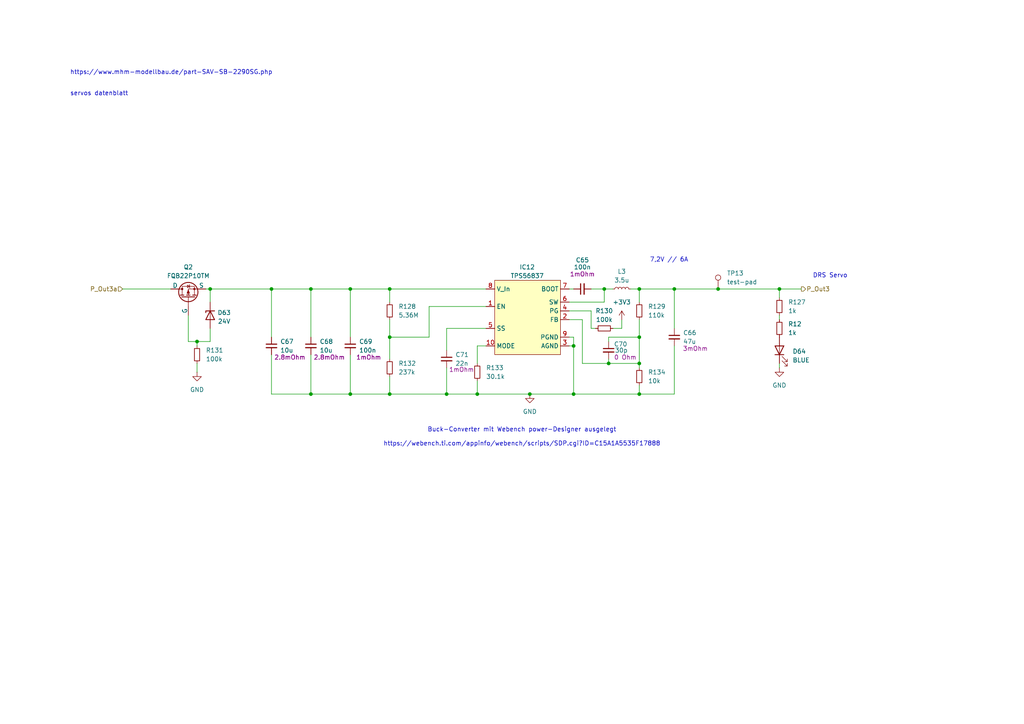
<source format=kicad_sch>
(kicad_sch (version 20231120) (generator "eeschema") (generator_version "8.0")
  (paper "A4")
  (title_block (title "PDU FT25") (date "2024-11-23") (rev "V1.1") (company "Janek Herm") (comment 1 "FaSTTUBe Electronics"))
  (lib_symbols
    (symbol "Connector:TestPoint" (pin_numbers hide) (pin_names (offset 0.762) hide)
      (property "Reference" "TP" (at 0 6.858 0))
      (property "Value" "TestPoint" (at 0 5.08 0))
      (symbol "TestPoint_0_1"
        (circle (center 0 3.302) (radius 0.762))
      )
      (symbol "TestPoint_1_1"
        (pin passive line (at 0 0 90) (length 2.54) (name "1") (number "1"))
      )
    )
    (symbol "Device:C_Small" (pin_numbers hide) (pin_names (offset 0.254) hide)
      (property "Reference" "C" (at 0.254 1.778 0))
      (property "Value" "C_Small" (at 0.254 -2.032 0))
      (symbol "C_Small_0_1"
        (polyline (pts (xy -1.524 -0.508) (xy 1.524 -0.508)) (stroke (width 0.3302)))
        (polyline (pts (xy -1.524 0.508) (xy 1.524 0.508)) (stroke (width 0.3048)))
      )
      (symbol "C_Small_1_1"
        (pin passive line (at 0 2.54 270) (length 2.032) (name "~") (number "1"))
        (pin passive line (at 0 -2.54 90) (length 2.032) (name "~") (number "2"))
      )
    )
    (symbol "Device:D_Zener" (pin_numbers hide) (pin_names (offset 1.016) hide)
      (property "Reference" "D" (at 0 2.54 0))
      (property "Value" "D_Zener" (at 0 -2.54 0))
      (symbol "D_Zener_0_1"
        (polyline (pts (xy 1.27 0) (xy -1.27 0)))
        (polyline (pts (xy -1.27 -1.27) (xy -1.27 1.27) (xy -0.762 1.27)) (stroke (width 0.254)))
        (polyline (pts (xy 1.27 -1.27) (xy 1.27 1.27) (xy -1.27 0) (xy 1.27 -1.27)) (stroke (width 0.254)))
      )
      (symbol "D_Zener_1_1"
        (pin passive line (at -3.81 0 0) (length 2.54) (name "K") (number "1"))
        (pin passive line (at 3.81 0 180) (length 2.54) (name "A") (number "2"))
      )
    )
    (symbol "Device:LED" (pin_numbers hide) (pin_names (offset 1.016) hide)
      (property "Reference" "D" (at 0 2.54 0))
      (property "Value" "LED" (at 0 -2.54 0))
      (symbol "LED_0_1"
        (polyline (pts (xy -1.27 -1.27) (xy -1.27 1.27)) (stroke (width 0.254)))
        (polyline (pts (xy -1.27 0) (xy 1.27 0)))
        (polyline (pts (xy 1.27 -1.27) (xy 1.27 1.27) (xy -1.27 0) (xy 1.27 -1.27)) (stroke (width 0.254)))
        (polyline (pts (xy -3.048 -0.762) (xy -4.572 -2.286) (xy -3.81 -2.286) (xy -4.572 -2.286) (xy -4.572 -1.524)))
        (polyline (pts (xy -1.778 -0.762) (xy -3.302 -2.286) (xy -2.54 -2.286) (xy -3.302 -2.286) (xy -3.302 -1.524)))
      )
      (symbol "LED_1_1"
        (pin passive line (at -3.81 0 0) (length 2.54) (name "K") (number "1"))
        (pin passive line (at 3.81 0 180) (length 2.54) (name "A") (number "2"))
      )
    )
    (symbol "Device:L_Small" (pin_numbers hide) (pin_names (offset 0.254) hide)
      (property "Reference" "L" (at 0.762 1.016 0))
      (property "Value" "L_Small" (at 0.762 -1.016 0))
      (symbol "L_Small_0_1"
        (arc (start 0 -2.032) (mid 0.5058 -1.524) (end 0 -1.016))
        (arc (start 0 -1.016) (mid 0.5058 -0.508) (end 0 0))
        (arc (start 0 0) (mid 0.5058 0.508) (end 0 1.016))
        (arc (start 0 1.016) (mid 0.5058 1.524) (end 0 2.032))
      )
      (symbol "L_Small_1_1"
        (pin passive line (at 0 2.54 270) (length 0.508) (name "~") (number "1"))
        (pin passive line (at 0 -2.54 90) (length 0.508) (name "~") (number "2"))
      )
    )
    (symbol "Device:R_Small" (pin_numbers hide) (pin_names (offset 0.254) hide)
      (property "Reference" "R" (at 0.762 0.508 0))
      (property "Value" "R_Small" (at 0.762 -1.016 0))
      (symbol "R_Small_0_1"
        (rectangle (start -0.762 1.778) (end 0.762 -1.778) (stroke (width 0.2032)))
      )
      (symbol "R_Small_1_1"
        (pin passive line (at 0 2.54 270) (length 0.762) (name "~") (number "1"))
        (pin passive line (at 0 -2.54 90) (length 0.762) (name "~") (number "2"))
      )
    )
    (symbol "FaSTTUBe_Voltage_Regulators:TPS56837"
      (property "Reference" "IC" (at -3.556 10.922 0))
      (property "Value" "TPS56837" (at -3.302 8.636 0))
      (symbol "TPS56837_1_1"
        (rectangle (start -12.7 7.62) (end 6.35 -13.97) (fill (type background)))
        (pin input line (at -15.24 0 0) (length 2.54) (name "EN") (number "1"))
        (pin input line (at -15.24 -11.43 0) (length 2.54) (name "MODE") (number "10"))
        (pin input line (at 8.89 -3.81 180) (length 2.54) (name "FB") (number "2"))
        (pin input line (at 8.89 -11.43 180) (length 2.54) (name "AGND") (number "3"))
        (pin input line (at 8.89 -1.27 180) (length 2.54) (name "PG") (number "4"))
        (pin input line (at -15.24 -6.35 0) (length 2.54) (name "SS") (number "5"))
        (pin input line (at 8.89 1.27 180) (length 2.54) (name "SW") (number "6"))
        (pin input line (at 8.89 5.08 180) (length 2.54) (name "BOOT") (number "7"))
        (pin input line (at -15.24 5.08 0) (length 2.54) (name "V_In") (number "8"))
        (pin input line (at 8.89 -8.89 180) (length 2.54) (name "PGND") (number "9"))
      )
    )
    (symbol "Simulation_SPICE:PMOS" (pin_numbers hide) (pin_names (offset 0))
      (property "Reference" "Q" (at 5.08 1.27 0))
      (property "Value" "PMOS" (at 5.08 -1.27 0))
      (symbol "PMOS_0_1"
        (polyline (pts (xy 0.254 0) (xy -2.54 0)))
        (polyline (pts (xy 0.254 1.905) (xy 0.254 -1.905)) (stroke (width 0.254)))
        (polyline (pts (xy 0.762 -1.27) (xy 0.762 -2.286)) (stroke (width 0.254)))
        (polyline (pts (xy 0.762 0.508) (xy 0.762 -0.508)) (stroke (width 0.254)))
        (polyline (pts (xy 0.762 2.286) (xy 0.762 1.27)) (stroke (width 0.254)))
        (polyline (pts (xy 2.54 2.54) (xy 2.54 1.778)))
        (polyline (pts (xy 2.54 -2.54) (xy 2.54 0) (xy 0.762 0)))
        (polyline (pts (xy 0.762 1.778) (xy 3.302 1.778) (xy 3.302 -1.778) (xy 0.762 -1.778)))
        (polyline (pts (xy 2.286 0) (xy 1.27 0.381) (xy 1.27 -0.381) (xy 2.286 0)) (fill (type outline)))
        (polyline (pts (xy 2.794 -0.508) (xy 2.921 -0.381) (xy 3.683 -0.381) (xy 3.81 -0.254)))
        (polyline (pts (xy 3.302 -0.381) (xy 2.921 0.254) (xy 3.683 0.254) (xy 3.302 -0.381)))
        (circle (center 1.651 0) (radius 2.794) (stroke (width 0.254)))
        (circle (center 2.54 -1.778) (radius 0.254) (fill (type outline)))
        (circle (center 2.54 1.778) (radius 0.254) (fill (type outline)))
      )
      (symbol "PMOS_1_1"
        (pin passive line (at 2.54 5.08 270) (length 2.54) (name "D") (number "1"))
        (pin input line (at -5.08 0 0) (length 2.54) (name "G") (number "2"))
        (pin passive line (at 2.54 -5.08 90) (length 2.54) (name "S") (number "3"))
      )
    )
    (symbol "power:+3.3V" (power) (pin_numbers hide) (pin_names (offset 0) hide)
      (property "Value" "+3.3V" (at 0 3.556 0))
      (symbol "+3.3V_0_1"
        (polyline (pts (xy -0.762 1.27) (xy 0 2.54)))
        (polyline (pts (xy 0 0) (xy 0 2.54)))
        (polyline (pts (xy 0 2.54) (xy 0.762 1.27)))
      )
      (symbol "+3.3V_1_1"
        (pin power_in line (at 0 0 90) (length 0) (name "~") (number "1"))
      )
    )
    (symbol "power:GND" (power) (pin_numbers hide) (pin_names (offset 0) hide)
      (property "Value" "GND" (at 0 -3.81 0))
      (symbol "GND_0_1"
        (polyline (pts (xy 0 0) (xy 0 -1.27) (xy 1.27 -1.27) (xy 0 -2.54) (xy -1.27 -1.27) (xy 0 -1.27)))
      )
      (symbol "GND_1_1"
        (pin power_in line (at 0 0 270) (length 0) (name "~") (number "1"))
      )
    )
  )
  (junction (at 113.03 114.3))
  (junction (at 226.06 83.82))
  (junction (at 195.58 83.82))
  (junction (at 185.42 105.41))
  (junction (at 113.03 83.82))
  (junction (at 185.42 83.82))
  (junction (at 101.6 114.3))
  (junction (at 129.54 114.3))
  (junction (at 208.28 83.82))
  (junction (at 185.42 114.3))
  (junction (at 176.53 105.41))
  (junction (at 101.6 83.82))
  (junction (at 57.15 99.06))
  (junction (at 185.42 97.79))
  (junction (at 90.17 83.82))
  (junction (at 153.67 114.3))
  (junction (at 78.74 83.82))
  (junction (at 138.43 114.3))
  (junction (at 175.26 83.82))
  (junction (at 166.37 114.3))
  (junction (at 113.03 97.79))
  (junction (at 166.37 100.33))
  (junction (at 90.17 114.3))
  (junction (at 60.96 83.82))
  (wire (pts (xy 124.46 88.9) (xy 124.46 97.79)))
  (wire (pts (xy 113.03 109.22) (xy 113.03 114.3)))
  (wire (pts (xy 165.1 92.71) (xy 168.91 92.71)))
  (wire (pts (xy 166.37 100.33) (xy 166.37 114.3)))
  (wire (pts (xy 226.06 83.82) (xy 226.06 86.36)))
  (wire (pts (xy 176.53 105.41) (xy 185.42 105.41)))
  (wire (pts (xy 226.06 105.41) (xy 226.06 106.68)))
  (wire (pts (xy 180.34 95.25) (xy 180.34 92.71)))
  (wire (pts (xy 226.06 91.44) (xy 226.06 92.71)))
  (wire (pts (xy 185.42 92.71) (xy 185.42 97.79)))
  (wire (pts (xy 60.96 83.82) (xy 78.74 83.82)))
  (wire (pts (xy 101.6 102.87) (xy 101.6 114.3)))
  (wire (pts (xy 35.56 83.82) (xy 49.53 83.82)))
  (wire (pts (xy 90.17 102.87) (xy 90.17 114.3)))
  (wire (pts (xy 57.15 100.33) (xy 57.15 99.06)))
  (wire (pts (xy 90.17 83.82) (xy 90.17 97.79)))
  (wire (pts (xy 185.42 111.76) (xy 185.42 114.3)))
  (wire (pts (xy 140.97 88.9) (xy 124.46 88.9)))
  (wire (pts (xy 177.8 83.82) (xy 175.26 83.82)))
  (wire (pts (xy 171.45 90.17) (xy 171.45 95.25)))
  (wire (pts (xy 54.61 99.06) (xy 57.15 99.06)))
  (wire (pts (xy 60.96 99.06) (xy 57.15 99.06)))
  (wire (pts (xy 129.54 106.68) (xy 129.54 114.3)))
  (wire (pts (xy 101.6 83.82) (xy 101.6 97.79)))
  (wire (pts (xy 175.26 87.63) (xy 175.26 83.82)))
  (wire (pts (xy 208.28 83.82) (xy 226.06 83.82)))
  (wire (pts (xy 185.42 97.79) (xy 185.42 105.41)))
  (wire (pts (xy 185.42 83.82) (xy 185.42 87.63)))
  (wire (pts (xy 166.37 114.3) (xy 185.42 114.3)))
  (wire (pts (xy 166.37 97.79) (xy 166.37 100.33)))
  (wire (pts (xy 165.1 87.63) (xy 175.26 87.63)))
  (wire (pts (xy 59.69 83.82) (xy 60.96 83.82)))
  (wire (pts (xy 138.43 110.49) (xy 138.43 114.3)))
  (wire (pts (xy 124.46 97.79) (xy 113.03 97.79)))
  (wire (pts (xy 185.42 114.3) (xy 195.58 114.3)))
  (wire (pts (xy 226.06 83.82) (xy 232.41 83.82)))
  (wire (pts (xy 185.42 83.82) (xy 195.58 83.82)))
  (wire (pts (xy 195.58 100.33) (xy 195.58 114.3)))
  (wire (pts (xy 113.03 114.3) (xy 129.54 114.3)))
  (wire (pts (xy 138.43 114.3) (xy 153.67 114.3)))
  (wire (pts (xy 113.03 92.71) (xy 113.03 97.79)))
  (wire (pts (xy 165.1 83.82) (xy 166.37 83.82)))
  (wire (pts (xy 195.58 83.82) (xy 195.58 95.25)))
  (wire (pts (xy 176.53 105.41) (xy 176.53 104.14)))
  (wire (pts (xy 78.74 102.87) (xy 78.74 114.3)))
  (wire (pts (xy 54.61 91.44) (xy 54.61 99.06)))
  (wire (pts (xy 78.74 114.3) (xy 90.17 114.3)))
  (wire (pts (xy 57.15 105.41) (xy 57.15 107.95)))
  (wire (pts (xy 165.1 90.17) (xy 171.45 90.17)))
  (wire (pts (xy 165.1 97.79) (xy 166.37 97.79)))
  (wire (pts (xy 171.45 95.25) (xy 172.72 95.25)))
  (wire (pts (xy 165.1 100.33) (xy 166.37 100.33)))
  (wire (pts (xy 140.97 100.33) (xy 138.43 100.33)))
  (wire (pts (xy 138.43 100.33) (xy 138.43 105.41)))
  (wire (pts (xy 90.17 83.82) (xy 101.6 83.82)))
  (wire (pts (xy 185.42 105.41) (xy 185.42 106.68)))
  (wire (pts (xy 168.91 92.71) (xy 168.91 105.41)))
  (wire (pts (xy 129.54 114.3) (xy 138.43 114.3)))
  (wire (pts (xy 113.03 83.82) (xy 113.03 87.63)))
  (wire (pts (xy 182.88 83.82) (xy 185.42 83.82)))
  (wire (pts (xy 171.45 83.82) (xy 175.26 83.82)))
  (wire (pts (xy 60.96 83.82) (xy 60.96 87.63)))
  (wire (pts (xy 60.96 95.25) (xy 60.96 99.06)))
  (wire (pts (xy 177.8 95.25) (xy 180.34 95.25)))
  (wire (pts (xy 140.97 95.25) (xy 129.54 95.25)))
  (wire (pts (xy 101.6 83.82) (xy 113.03 83.82)))
  (wire (pts (xy 78.74 83.82) (xy 90.17 83.82)))
  (wire (pts (xy 78.74 83.82) (xy 78.74 97.79)))
  (wire (pts (xy 113.03 97.79) (xy 113.03 104.14)))
  (wire (pts (xy 129.54 95.25) (xy 129.54 101.6)))
  (wire (pts (xy 168.91 105.41) (xy 176.53 105.41)))
  (wire (pts (xy 176.53 97.79) (xy 176.53 99.06)))
  (wire (pts (xy 101.6 114.3) (xy 113.03 114.3)))
  (wire (pts (xy 195.58 83.82) (xy 208.28 83.82)))
  (wire (pts (xy 153.67 114.3) (xy 166.37 114.3)))
  (wire (pts (xy 113.03 83.82) (xy 140.97 83.82)))
  (wire (pts (xy 90.17 114.3) (xy 101.6 114.3)))
  (wire (pts (xy 176.53 97.79) (xy 185.42 97.79)))
  (text "DRS Servo" (at 240.792 80.01 0) (effects (font (size 1.27 1.27))))
  (text "7,2V // 6A" (at 194.056 75.438 0) (effects (font (size 1.27 1.27))))
  (text "https://www.mhm-modellbau.de/part-SAV-SB-2290SG.php\n\n\nservos datenblatt" (at 20.32 27.94 0) (effects (font (size 1.27 1.27)) (justify left bottom)))
  (text "Buck-Converter mit Webench power-Designer ausgelegt\n\nhttps://webench.ti.com/appinfo/webench/scripts/SDP.cgi?ID=C15A1A5535F17888" (at 151.384 126.746 0) (effects (font (size 1.27 1.27))))
  (hierarchical_label "P_Out3" (shape output) (at 232.41 83.82 0))
  (hierarchical_label "P_Out3a" (shape input) (at 35.56 83.82 180))
  (symbol (lib_id "Device:R_Small") (at 185.42 109.22 0) (unit 1)
    (property "Reference" "R134" (at 187.96 107.9499 0) (effects (justify left)))
    (property "Value" "10k" (at 187.96 110.4899 0) (effects (justify left)))
    (property "Footprint" "Resistor_SMD:R_0603_1608Metric" (effects (hide yes)))
    (property "Description" "Resistor, small symbol" (effects (hide yes)))
  )
  (symbol (lib_id "power:GND") (at 57.15 107.95 0) (unit 1)
    (property "Reference" "#PWR0190" (effects (hide yes)))
    (property "Value" "GND" (at 57.15 113.03 0))
    (property "Description" "Power symbol creates a global label with name \"GND\" , ground" (effects (hide yes)))
  )
  (symbol (lib_id "Connector:TestPoint") (at 208.28 83.82 0) (unit 1)
    (property "Reference" "TP13" (at 210.82 79.2479 0) (effects (justify left)))
    (property "Value" "test-pad" (at 210.82 81.7879 0) (effects (justify left)))
    (property "Footprint" "5025:5025" (effects (hide yes)))
    (property "Description" "test point" (effects (hide yes)))
  )
  (symbol (lib_id "Device:C_Small") (at 78.74 100.33 0) (unit 1)
    (property "Reference" "C67" (at 81.28 99.0662 0) (effects (justify left)))
    (property "Value" "10u" (at 81.28 101.6062 0) (effects (justify left)))
    (property "Footprint" "Capacitor_SMD:C_1210_3225Metric" (effects (hide yes)))
    (property "Description" "Unpolarized capacitor, small symbol" (effects (hide yes)))
    (property "Resistance" "2.8mOhm" (at 84.074 103.632 0))
  )
  (symbol (lib_id "Device:LED") (at 226.06 101.6 90) (unit 1)
    (property "Reference" "D64" (at 229.87 101.9174 90) (effects (justify right)))
    (property "Value" "BLUE" (at 229.87 104.4574 90) (effects (justify right)))
    (property "Footprint" "LED_SMD:LED_0603_1608Metric" (effects (hide yes)))
    (property "Datasheet" "https://www.we-online.com/components/products/datasheet/150060BS75000.pdf" (effects (hide yes)))
    (property "Description" "Light emitting diode" (effects (hide yes)))
    (property "MPR" "150060BS75000" (effects (hide yes)))
  )
  (symbol (lib_id "Device:C_Small") (at 129.54 104.14 0) (unit 1)
    (property "Reference" "C71" (at 132.08 102.8762 0) (effects (justify left)))
    (property "Value" "22n" (at 132.08 105.4162 0) (effects (justify left)))
    (property "Footprint" "Capacitor_SMD:C_0603_1608Metric" (effects (hide yes)))
    (property "Description" "Unpolarized capacitor, small symbol" (effects (hide yes)))
    (property "Resistance" "1mOhm" (at 133.858 107.188 0))
  )
  (symbol (lib_id "Device:C_Small") (at 101.6 100.33 0) (unit 1)
    (property "Reference" "C69" (at 104.14 99.0662 0) (effects (justify left)))
    (property "Value" "100n" (at 104.14 101.6062 0) (effects (justify left)))
    (property "Footprint" "Capacitor_SMD:C_0805_2012Metric" (effects (hide yes)))
    (property "Description" "Unpolarized capacitor, small symbol" (effects (hide yes)))
    (property "Resistance" "1mOhm" (at 106.934 103.632 0))
  )
  (symbol (lib_id "Device:R_Small") (at 226.06 95.25 0) (unit 1)
    (property "Reference" "R12" (at 228.6 93.9799 0) (effects (justify left)))
    (property "Value" "1k" (at 228.6 96.5199 0) (effects (justify left)))
    (property "Footprint" "Resistor_SMD:R_0603_1608Metric" (effects (hide yes)))
    (property "Description" "Resistor, small symbol" (effects (hide yes)))
  )
  (symbol (lib_id "FaSTTUBe_Voltage_Regulators:TPS56837") (at 156.21 88.9 0) (unit 1)
    (property "Reference" "IC12" (at 152.908 77.47 0))
    (property "Value" "TPS56837" (at 152.908 80.01 0))
    (property "Footprint" "TPS56837:TPS56837" (effects (hide yes)))
    (property "Datasheet" "https://www.ti.com/lit/ds/symlink/tps56837.pdf?ts=1731338435977" (effects (hide yes)))
  )
  (symbol (lib_id "Device:R_Small") (at 138.43 107.95 0) (unit 1)
    (property "Reference" "R133" (at 140.97 106.6799 0) (effects (justify left)))
    (property "Value" "30.1k" (at 140.97 109.2199 0) (effects (justify left)))
    (property "Footprint" "Resistor_SMD:R_0603_1608Metric" (effects (hide yes)))
    (property "Description" "Resistor, small symbol" (effects (hide yes)))
  )
  (symbol (lib_id "power:GND") (at 153.67 114.3 0) (unit 1)
    (property "Reference" "#PWR0191" (effects (hide yes)))
    (property "Value" "GND" (at 153.67 119.38 0))
    (property "Description" "Power symbol creates a global label with name \"GND\" , ground" (effects (hide yes)))
  )
  (symbol (lib_id "Device:C_Small") (at 195.58 97.79 0) (unit 1)
    (property "Reference" "C66" (at 198.12 96.5262 0) (effects (justify left)))
    (property "Value" "47u" (at 198.12 99.0662 0) (effects (justify left)))
    (property "Footprint" "Capacitor_SMD:C_1210_3225Metric" (effects (hide yes)))
    (property "Description" "Unpolarized capacitor, small symbol" (effects (hide yes)))
    (property "Resistance" "3mOhm" (at 201.676 101.092 0))
  )
  (symbol (lib_id "Device:R_Small") (at 57.15 102.87 0) (unit 1)
    (property "Reference" "R131" (at 59.69 101.5999 0) (effects (justify left)))
    (property "Value" "100k" (at 59.69 104.1399 0) (effects (justify left)))
    (property "Footprint" "Resistor_SMD:R_0603_1608Metric" (effects (hide yes)))
    (property "Description" "Resistor, small symbol" (effects (hide yes)))
  )
  (symbol (lib_id "Device:R_Small") (at 226.06 88.9 0) (unit 1)
    (property "Reference" "R127" (at 228.6 87.6299 0) (effects (justify left)))
    (property "Value" "1k" (at 228.6 90.1699 0) (effects (justify left)))
    (property "Footprint" "Resistor_SMD:R_0603_1608Metric" (effects (hide yes)))
    (property "Description" "Resistor, small symbol" (effects (hide yes)))
  )
  (symbol (lib_id "Device:R_Small") (at 113.03 106.68 0) (unit 1)
    (property "Reference" "R132" (at 115.57 105.4099 0) (effects (justify left)))
    (property "Value" "237k" (at 115.57 107.9499 0) (effects (justify left)))
    (property "Footprint" "Resistor_SMD:R_0603_1608Metric" (effects (hide yes)))
    (property "Description" "Resistor, small symbol" (effects (hide yes)))
  )
  (symbol (lib_id "Device:C_Small") (at 176.53 101.6 0) (unit 1)
    (property "Reference" "C70" (at 178.054 99.8282 0) (effects (justify left)))
    (property "Value" "30p" (at 178.308 101.6062 0) (effects (justify left)))
    (property "Footprint" "Capacitor_SMD:C_0603_1608Metric" (effects (hide yes)))
    (property "Description" "Unpolarized capacitor, small symbol" (effects (hide yes)))
    (property "Resistance" "0 Ohm" (at 181.356 103.632 0))
  )
  (symbol (lib_id "Device:L_Small") (at 180.34 83.82 90) (unit 1)
    (property "Reference" "L3" (at 180.34 78.74 90))
    (property "Value" "3.5u" (at 180.34 81.28 90))
    (property "Footprint" "WE-PD:WE-PD_1260_1245_1280_121054" (effects (hide yes)))
    (property "Datasheet" "https://www.we-online.com/components/products/datasheet/7447709003.pdf" (effects (hide yes)))
    (property "Description" "Inductor, small symbol" (effects (hide yes)))
  )
  (symbol (lib_id "Device:C_Small") (at 90.17 100.33 0) (unit 1)
    (property "Reference" "C68" (at 92.71 99.0662 0) (effects (justify left)))
    (property "Value" "10u" (at 92.71 101.6062 0) (effects (justify left)))
    (property "Footprint" "Capacitor_SMD:C_1210_3225Metric" (effects (hide yes)))
    (property "Description" "Unpolarized capacitor, small symbol" (effects (hide yes)))
    (property "Resistance" "2.8mOhm" (at 95.504 103.632 0))
  )
  (symbol (lib_id "Simulation_SPICE:PMOS") (at 54.61 86.36 90) (unit 1)
    (property "Reference" "Q2" (at 54.61 77.47 90))
    (property "Value" "FQB22P10TM" (at 54.61 80.01 90))
    (property "Footprint" "FQB22P10TM:FQB22P10TM" (effects (hide yes)))
    (property "Datasheet" "https://www.mouser.de/datasheet/2/308/1/FQB22P10_D-2313763.pdf" (effects (hide yes)))
    (property "Description" "P-MOSFET transistor, drain/source/gate" (effects (hide yes)))
    (property "Sim.Device" "PMOS" (effects (hide yes)))
    (property "Sim.Type" "VDMOS" (effects (hide yes)))
    (property "Sim.Pins" "1=D 2=G 3=S" (effects (hide yes)))
  )
  (symbol (lib_id "Device:R_Small") (at 185.42 90.17 0) (unit 1)
    (property "Reference" "R129" (at 187.96 88.8999 0) (effects (justify left)))
    (property "Value" "110k" (at 187.96 91.4399 0) (effects (justify left)))
    (property "Footprint" "Resistor_SMD:R_0603_1608Metric" (effects (hide yes)))
    (property "Description" "Resistor, small symbol" (effects (hide yes)))
  )
  (symbol (lib_id "power:GND") (at 226.06 106.68 0) (unit 1)
    (property "Reference" "#PWR0189" (effects (hide yes)))
    (property "Value" "GND" (at 226.06 111.76 0))
    (property "Description" "Power symbol creates a global label with name \"GND\" , ground" (effects (hide yes)))
  )
  (symbol (lib_id "Device:D_Zener") (at 60.96 91.44 90) (mirror x) (unit 1)
    (property "Reference" "D63" (at 65.024 90.678 90))
    (property "Value" "24V" (at 65.024 93.218 90))
    (property "Footprint" "3SMAJ5934B-TP:DIOM5226X244N" (effects (hide yes)))
    (property "Datasheet" "https://www.mouser.de/datasheet/2/258/3SMAJ5918B_3SMAJ5956B_SMA_-3423242.pdf" (effects (hide yes)))
    (property "Description" "Zener diode" (effects (hide yes)))
    (property "MPR" "3SMAJ5934B-TP" (effects (hide yes)))
  )
  (symbol (lib_id "Device:C_Small") (at 168.91 83.82 90) (unit 1)
    (property "Reference" "C65" (at 168.9163 75.438 90))
    (property "Value" "100n" (at 168.9163 77.47 90))
    (property "Footprint" "Capacitor_SMD:C_0603_1608Metric" (effects (hide yes)))
    (property "Description" "Unpolarized capacitor, small symbol" (effects (hide yes)))
    (property "Resistance" "1mOhm" (at 168.91 79.502 90))
  )
  (symbol (lib_id "power:+3.3V") (at 180.34 92.71 0) (unit 1)
    (property "Reference" "#PWR0188" (effects (hide yes)))
    (property "Value" "+3V3" (at 180.34 87.63 0))
    (property "Description" "Power symbol creates a global label with name \"+3.3V\"" (effects (hide yes)))
  )
  (symbol (lib_id "Device:R_Small") (at 113.03 90.17 0) (unit 1)
    (property "Reference" "R128" (at 115.57 88.8999 0) (effects (justify left)))
    (property "Value" "5.36M" (at 115.57 91.4399 0) (effects (justify left)))
    (property "Footprint" "Resistor_SMD:R_0603_1608Metric" (effects (hide yes)))
    (property "Description" "Resistor, small symbol" (effects (hide yes)))
  )
  (symbol (lib_id "Device:R_Small") (at 175.26 95.25 90) (unit 1)
    (property "Reference" "R130" (at 175.26 90.17 90))
    (property "Value" "100k" (at 175.26 92.71 90))
    (property "Footprint" "Resistor_SMD:R_0603_1608Metric" (effects (hide yes)))
    (property "Description" "Resistor, small symbol" (effects (hide yes)))
  )
)
</source>
